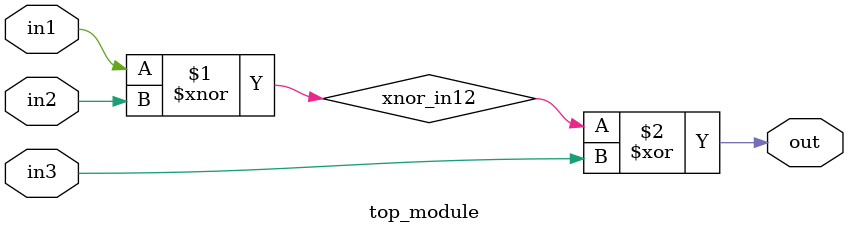
<source format=v>
module top_module (
    input in1,
    input in2,
    input in3,
    output out
);
    
    wire xnor_in12;
    
    assign xnor_in12 = in1 ~^ in2;
    assign out  = xnor_in12 ^ in3;

endmodule

</source>
